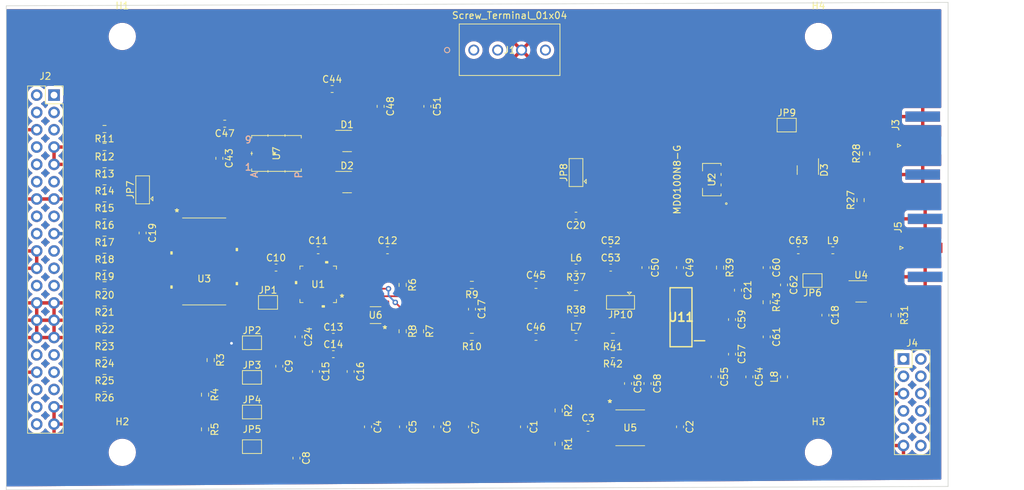
<source format=kicad_pcb>
(kicad_pcb (version 20221018) (generator pcbnew)
  (layers (0 "F.Cu" power) (31 "B.Cu" power) (34 "B.Paste" user) (35 "F.Paste" user) (36 "B.SilkS" user "B.Silkscreen") (37 "F.SilkS" user "F.Silkscreen") (38 "B.Mask" user) (39 "F.Mask" user) (44 "Edge.Cuts" user))
  (net 0 "")
  (net 1 "VCC")
  (net 2 "GND")
  (net 3 "VDD")
  (net 4 "Net-(U5-SENSE{slash}ADJ)")
  (net 5 "Net-(U5-BYP)")
  (net 6 "Net-(JP2-B)")
  (net 7 "Net-(JP1-B)")
  (net 8 "Net-(C13-Pad1)")
  (net 9 "Net-(C13-Pad2)")
  (net 10 "Net-(U1-AIN+)")
  (net 11 "Net-(U1-AIN-)")
  (net 12 "+3.3V")
  (net 13 "Net-(JP7-A)")
  (net 14 "Net-(JP8-A)")
  (net 15 "+5V")
  (net 16 "/TO_ADC_H")
  (net 17 "Net-(C45-Pad2)")
  (net 18 "/TO_ADC_L")
  (net 19 "Net-(C46-Pad2)")
  (net 20 "/HV_P")
  (net 21 "/HV_N")
  (net 22 "Net-(C60-Pad2)")
  (net 23 "/TO_LON")
  (net 24 "Net-(C63-Pad1)")
  (net 25 "Net-(D1-A)")
  (net 26 "Net-(U11-LOP)")
  (net 27 "Net-(D2-A)")
  (net 28 "Net-(D3-A)")
  (net 29 "/TO_VIP")
  (net 30 "/VCM")
  (net 31 "/SDA")
  (net 32 "/SCL")
  (net 33 "/D2")
  (net 34 "/D3")
  (net 35 "/D5")
  (net 36 "/D6")
  (net 37 "/PULSE_A")
  (net 38 "/PULSE_B")
  (net 39 "/PULSE_C")
  (net 40 "/CLK")
  (net 41 "/D0")
  (net 42 "/D1")
  (net 43 "/D7")
  (net 44 "/D4")
  (net 45 "/D8")
  (net 46 "/D9")
  (net 47 "Net-(J3-In)")
  (net 48 "Net-(JP3-A)")
  (net 49 "Net-(JP4-A)")
  (net 50 "/V_GAIN")
  (net 51 "Net-(JP7-C)")
  (net 52 "Net-(U3-O0)")
  (net 53 "Net-(U3-O1)")
  (net 54 "Net-(U3-O2)")
  (net 55 "Net-(U3-O3)")
  (net 56 "Net-(U3-O4)")
  (net 57 "Net-(U3-O5)")
  (net 58 "Net-(U3-O6)")
  (net 59 "Net-(U3-O7)")
  (net 60 "Net-(U3-O8)")
  (net 61 "Net-(U3-O9)")
  (net 62 "Net-(U3-O10)")
  (net 63 "Net-(U3-O11)")
  (net 64 "Net-(U3-O12)")
  (net 65 "Net-(U3-O13)")
  (net 66 "Net-(U3-O14)")
  (net 67 "Net-(U3-O15)")
  (net 68 "Net-(U4-A0)")
  (net 69 "Net-(U1-CLK)")
  (net 74 "Net-(U1-D0)")
  (net 75 "Net-(U1-D1)")
  (net 76 "Net-(U1-D2)")
  (net 77 "Net-(U1-D3)")
  (net 78 "Net-(U1-D4)")
  (net 79 "Net-(U1-D5)")
  (net 80 "Net-(U1-D6)")
  (net 81 "Net-(U1-D7)")
  (net 82 "Net-(U1-D8)")
  (net 83 "Net-(U1-D9)")
  (net 84 "Net-(U1-OF)")
  (net 91 "/din")
  (net 92 "Net-(U11-RCLMP)")
  (net 93 "Net-(U11-VPSL)")
  (net 94 "Net-(JP8-C)")
  (net 95 "Net-(U11-LMD)")
  (net 96 "Net-(U11-INH)")
  (net 97 "Net-(U11-VIN)")
  (net 98 "Net-(JP6-B)")
  (net 99 "Net-(U7-DP1)")
  (net 100 "Net-(U7-DP2)")
  (net 101 "Net-(JP9-A)")
  (net 102 "Net-(U11-VOH)")
  (net 103 "Net-(U11-VOL)")
  (net 104 "Net-(U11-ENBV)")
  (net 105 "Net-(U11-ENBL)")
  (net 106 "/dout")
  (net 107 "/clkSPI")
  (net 108 "/le")
  (net 114 "Net-(J5-In)")
  (net 115 "Net-(JP9-B)")
  (net 116 "Net-(JP10-A)")
  (footprint "Capacitor_SMD:C_0603_1608Metric" (layer "F.Cu") (at 167.6525 88.9 -90)
    (fp_text reference "C50")
    (fp_text value "1nF")
  )
  (footprint "Resistor_SMD:R_0603_1608Metric" (layer "F.Cu") (at 88.395 68.58 180)
    (fp_text reference "R11")
    (fp_text value "33" hide)
  )
  (footprint "LTC2236:LTC2236IUH-PBF" (layer "F.Cu") (at 119.7 91.3524 180)
    (fp_text reference "U1")
    (fp_text value "LTC2236IUH-PBF" hide)
  )
  (footprint "Capacitor_SMD:C_0603_1608Metric" (layer "F.Cu") (at 149.86 112.255 -90)
    (fp_text reference "C1")
    (fp_text value "10uF")
  )
  (footprint "Jumper:SolderJumper-2_P1.3mm_Open_Pad1.0x1.5mm" (layer "F.Cu") (at 110 105)
    (fp_text reference "JP3")
    (fp_text value "Jumper_2_Open" hide)
  )
  (footprint "Inductor_SMD:L_0603_1608Metric" (layer "F.Cu") (at 157.48 99.06)
    (fp_text reference "L7")
    (fp_text value "100nH" hide)
  )
  (footprint "Resistor_SMD:R_0603_1608Metric" (layer "F.Cu") (at 88.395 94.01 180)
    (fp_text reference "R21")
    (fp_text value "33" hide)
  )
  (footprint "Capacitor_SMD:C_0603_1608Metric" (layer "F.Cu") (at 116.84 99.06 -90)
    (fp_text reference "C24")
    (fp_text value "0.1u" hide)
  )
  (footprint "Capacitor_SMD:C_0603_1608Metric" (layer "F.Cu") (at 116.52 116.84 -90)
    (fp_text reference "C8")
    (fp_text value "0.1u")
  )
  (footprint "INVERTER:NC7SVU04P5X" (layer "F.Cu") (at 128.11125 95.870001 180)
    (fp_text reference "U6")
    (fp_text value "NC7SVU04P5X" hide)
  )
  (footprint "screwConn3:1751264" (layer "F.Cu") (at 142.499998 57)
    (fp_text reference "J1")
    (fp_text value "Screw_Terminal_01x04")
  )
  (footprint "Inductor_SMD:L_0603_1608Metric" (layer "F.Cu") (at 128.855 65.25 -90)
    (fp_text reference "C48")
    (fp_text value "100nF")
  )
  (footprint "Inductor_SMD:L_0603_1608Metric" (layer "F.Cu") (at 181.2125 92.2125 -90)
    (fp_text reference "C21")
    (fp_text value "100nF" hide)
  )
  (footprint "MountingHole:MountingHole_3.5mm" (layer "F.Cu") (at 91 55)
    (fp_text reference "H1")
    (fp_text value "MountingHole")
  )
  (footprint "Connector_Coaxial:SMA_Amphenol_132289_EdgeMount" (layer "F.Cu") (at 208.28 71)
    (fp_text reference "J3")
    (fp_text value "Conn_Coaxial")
  )
  (footprint "Resistor_SMD:R_0603_1608Metric" (layer "F.Cu") (at 88.395 104.05 180)
    (fp_text reference "R25")
    (fp_text value "33" hide)
  )
  (footprint "Jumper:SolderJumper-2_P1.3mm_Open_Pad1.0x1.5mm" (layer "F.Cu") (at 112.35 94)
    (fp_text reference "JP1")
    (fp_text value "Jumper_2_Bridged" hide)
  )
  (footprint "Capacitor_SMD:C_0603_1608Metric" (layer "F.Cu") (at 129.86 86.36)
    (fp_text reference "C12")
    (fp_text value "4.7u" hide)
  )
  (footprint "Resistor_SMD:R_0603_1608Metric" (layer "F.Cu") (at 157.48 91.74)
    (fp_text reference "R37")
    (fp_text value "100" hide)
  )
  (footprint "Resistor_SMD:R_0603_1608Metric" (layer "F.Cu") (at 88.395 81.25 180)
    (fp_text reference "R16")
    (fp_text value "33" hide)
  )
  (footprint "Capacitor_SMD:C_0603_1608Metric" (layer "F.Cu") (at 127 112.255 -90)
    (fp_text reference "C4")
    (fp_text value "0.1u")
  )
  (footprint "Resistor_SMD:R_0603_1608Metric" (layer "F.Cu") (at 204.175 95.88 -90)
    (fp_text reference "R31")
    (fp_text value "10K" hide)
  )
  (footprint "Capacitor_SMD:C_0603_1608Metric" (layer "F.Cu") (at 132.14 112.255 -90)
    (fp_text reference "C5")
    (fp_text value "0.1u")
  )
  (footprint "Capacitor_SMD:C_0603_1608Metric" (layer "F.Cu") (at 194.015 95.88 -90)
    (fp_text reference "C18")
    (fp_text value "0.1uF" hide)
  )
  (footprint "Jumper:SolderJumper-3_P1.3mm_Open_Pad1.0x1.5mm" (layer "F.Cu") (at 164 94 180)
    (fp_text reference "JP10")
    (fp_text value "Jumper_3_Bridged12")
  )
  (footprint "Resistor_SMD:R_0603_1608Metric" (layer "F.Cu") (at 88.395 91.5 180)
    (fp_text reference "R20")
    (fp_text value "33" hide)
  )
  (footprint "Capacitor_SMD:C_0603_1608Metric" (layer "F.Cu") (at 113.525 88.9)
    (fp_text reference "C10")
    (fp_text value "0.1u" hide)
  )
  (footprint "Capacitor_SMD:C_0603_1608Metric" (layer "F.Cu") (at 180.34 101.6 -90)
    (fp_text reference "C57")
    (fp_text value "100nF" hide)
  )
  (footprint "Capacitor_SMD:C_0603_1608Metric" (layer "F.Cu") (at 167.96 105.905 -90)
    (fp_text reference "C58")
    (fp_text value "100nF" hide)
  )
  (footprint "Capacitor_SMD:C_0603_1608Metric" (layer "F.Cu") (at 185.42 99.06 -90)
    (fp_text reference "C61")
    (fp_text value "100nF" hide)
  )
  (footprint "Capacitor_SMD:C_0603_1608Metric" (layer "F.Cu") (at 159.245 112.395)
    (fp_text reference "C3")
    (fp_text value "0.01u")
  )
  (footprint "Jumper:SolderJumper-3_P1.3mm_Open_Pad1.0x1.5mm" (layer "F.Cu") (at 157.48 74.96 90)
    (fp_text reference "JP8")
    (fp_text value "Jumper_3_Bridged12" hide)
  )
  (footprint "Resistor_SMD:R_0603_1608Metric" (layer "F.Cu") (at 88.395 76.23 180)
    (fp_text reference "R14")
    (fp_text value "33" hide)
  )
  (footprint "Connector_PinSocket_2.54mm:PinSocket_2x20_P2.54mm_Vertical" (layer "F.Cu") (at 81 63.6)
    (fp_text reference "J2")
    (fp_text value "Raspberry_Pi_2_3")
  )
  (footprint "Jumper:SolderJumper-2_P1.3mm_Open_Pad1.0x1.5mm" (layer "F.Cu") (at 188.35 68)
    (fp_text reference "JP9")
    (fp_text value "Jumper_2_Open" hide)
  )
  (footprint "Resistor_SMD:R_0603_1608Metric" (layer "F.Cu") (at 162.88 101.6 180)
    (fp_text reference "R42")
    (fp_text value "280" hide)
  )
  (footprint "Resistor_SMD:R_0603_1608Metric" (layer "F.Cu") (at 88.395 106.56 180)
    (fp_text reference "R26")
    (fp_text value "33" hide)
  )
  (footprint "Capacitor_SMD:C_0603_1608Metric" (layer "F.Cu") (at 137.16 112.255 -90)
    (fp_text reference "C6")
    (fp_text value "0.1u")
  )
  (footprint "Resistor_SMD:R_0603_1608Metric" (layer "F.Cu") (at 134.62 98.235 -90)
    (fp_text reference "R7")
    (fp_text value "1k" hide)
  )
  (footprint "Resistor_SMD:R_0603_1608Metric" (layer "F.Cu") (at 185.42 93.98 -90)
    (fp_text reference "R43")
    (fp_text value "280" hide)
  )
  (footprint "Capacitor_SMD:C_0603_1608Metric" (layer "F.Cu") (at 124.46 104.14 -90)
    (fp_text reference "C16")
    (fp_text value "1u" hide)
  )
  (footprint "Capacitor_SMD:C_0603_1608Metric" (layer "F.Cu") (at 93.98 83.82 -90)
    (fp_text reference "C19")
    (fp_text value "0.1u" hide)
  )
  (footprint "Resistor_SMD:R_0603_1608Metric" (layer "F.Cu") (at 88.395 71.21 180)
    (fp_text reference "R12")
    (fp_text value "33" hide)
  )
  (footprint "Capacitor_SMD:C_0603_1608Metric" (layer "F.Cu") (at 119.38 104.14 -90)
    (fp_text reference "C15")
    (fp_text value "1u" hide)
  )
  (footprint "MDO100:MD0100N8-G" (layer "F.Cu") (at 177.377499 76 90)
    (fp_text reference "U2")
    (fp_text value "MD0100N8-G")
  )
  (footprint "Resistor_SMD:R_0603_1608Metric" (layer "F.Cu") (at 157.48 96.52)
    (fp_text reference "R38")
    (fp_text value "100" hide)
  )
  (footprint "Capacitor_SMD:C_0603_1608Metric" (layer "F.Cu") (at 135.7 65.25 -90)
    (fp_text reference "C51")
    (fp_text value "100nF")
  )
  (footprint "MountingHole:MountingHole_3.5mm" (layer "F.Cu") (at 193 116)
    (fp_text reference "H3")
    (fp_text value "MountingHole")
  )
  (footprint "Resistor_SMD:R_0603_1608Metric" (layer "F.Cu") (at 162.88 99.06 180)
    (fp_text reference "R41")
    (fp_text value "280" hide)
  )
  (footprint "Capacitor_SMD:C_0603_1608Metric" (layer "F.Cu") (at 172.72 112.255 -90)
    (fp_text reference "C2")
    (fp_text value "1u")
  )
  (footprint "Capacitor_SMD:C_0603_1608Metric" (layer "F.Cu") (at 165.1 105.905 -90)
    (fp_text reference "C56")
    (fp_text value "1nF" hide)
  )
  (footprint "Resistor_SMD:R_0603_1608Metric" (layer "F.Cu") (at 88.395 96.52 180)
    (fp_text reference "R22")
    (fp_text value "33" hide)
  )
  (footprint "Resistor_SMD:R_0603_1608Metric" (layer "F.Cu") (at 200 72.175 90)
    (fp_text reference "R28")
    (fp_text value "0")
  )
  (footprint "Package_TO_SOT_SMD:SOT-23" (layer "F.Cu") (at 123.9375 76.36)
    (fp_text reference "D2")
    (fp_text value "BAV99")
  )
  (footprint "Resistor_SMD:R_0603_1608Metric" (layer "F.Cu") (at 88.395 99.03 180)
    (fp_text reference "R23")
    (fp_text value "33" hide)
  )
  (footprint "Capacitor_SMD:C_0603_1608Metric" (layer "F.Cu") (at 177.8 104.915 -90)
    (fp_text reference "C55")
    (fp_text value "100nF" hide)
  )
  (footprint "Capacitor_SMD:C_0603_1608Metric" (layer "F.Cu") (at 114 103.365 -90)
    (fp_text reference "C9")
    (fp_text value "0.1u" hide)
  )
  (footprint "Inductor_SMD:L_0603_1608Metric" (layer "F.Cu") (at 157.48 88.9)
    (fp_text reference "L6")
    (fp_text value "100nH" hide)
  )
  (footprint "Capacitor_SMD:C_0603_1608Metric" (layer "F.Cu") (at 187.96 91.44 -90)
    (fp_text reference "C62")
    (fp_text value "1nF" hide)
  )
  (footprint "Package_TO_SOT_SMD:SOT-23" (layer "F.Cu") (at 191.45 74.5975 -90)
    (fp_text reference "D3")
    (fp_text value "BAV99")
  )
  (footprint "Capacitor_SMD:C_0603_1608Metric" (layer "F.Cu") (at 121.92 101.6)
    (fp_text reference "C14")
    (fp_text value "2.2u" hide)
  )
  (footprint "Jumper:SolderJumper-2_P1.3mm_Open_Pad1.0x1.5mm" (layer "F.Cu") (at 110 99.92)
    (fp_text reference "JP2")
    (fp_text value "Jumper_2_Bridged" hide)
  )
  (footprint "Latch:74VCX16373MTD" (layer "F.Cu") (at 103 88)
    (fp_text reference "U3")
    (fp_text value "74VCX16373MTD" hide)
  )
  (footprint "Resistor_SMD:R_0603_1608Metric" (layer "F.Cu") (at 88.395 86.27 180)
    (fp_text reference "R18")
    (fp_text value "33" hide)
  )
  (footprint "Jumper:SolderJumper-2_P1.3mm_Open_Pad1.0x1.5mm" (layer "F.Cu") (at 192.125 90.8 180)
    (fp_text reference "JP6")
    (fp_text value "Jumper_2_Bridged" hide)
  )
  (footprint "Resistor_SMD:R_0603_1608Metric" (layer "F.Cu") (at 132.08 91.44 -90)
    (fp_text reference "R6")
    (fp_text value "1k" hide)
  )
  (footprint "Inductor_SMD:L_0603_1608Metric" (layer "F.Cu") (at 105.22 72.87 -90)
    (fp_text reference "C43")
    (fp_text value "100nF")
  )
  (footprint "Resistor_SMD:R_0603_1608Metric" (layer "F.Cu") (at 199.175 79 90)
    (fp_text reference "R27")
    (fp_text value "0")
  )
  (footprint "Resistor_SMD:R_0603_1608Metric" (layer "F.Cu") (at 132.08 98.235 -90)
    (fp_text reference "R8")
    (fp_text value "49.9" hide)
  )
  (footprint "VCCsup:LT1763IS8-3.3-PBF" (layer "F.Cu") (at 165.42 112.395)
    (fp_text reference "U5")
    (fp_text value "LT1763IS8-3.3-PBF" hide)
  )
  (footprint "Capacitor_SMD:C_0603_1608Metric" (layer "F.Cu") (at 162.56 88.9)
    (fp_text reference "C53")
    (fp_text value "100nF" hide)
  )
  (footprint "Capacitor_SMD:C_0603_1608Metric" (layer "F.Cu") (at 162.56 86.36)
    (fp_text reference "C52")
    (fp_text value "1nF" hide)
  )
  (footprint "Resistor_SMD:R_0603_1608Metric" (layer "F.Cu") (at 88.395 83.76 180)
    (fp_text reference "R17")
    (fp_text value "33" hide)
  )
  (footprint "Package_TO_SOT_SMD:SOT-23-6" (layer "F.Cu") (at 199.2575 92.39)
    (fp_text reference "U4")
    (fp_text value "MCP4725xxx-xCH" hide)
  )
  (footprint "Inductor_SMD:L_0603_1608Metric" (layer "F.Cu") (at 195.1125 86.36)
    (fp_text reference "L9")
    (fp_text value "100nH" hide)
  )
  (footprint "Connector_PinHeader_2.54mm:PinHeader_2x06_P2.54mm_Vertical" (layer "F.Cu") (at 205.46 102.3)
    (fp_text reference "J4")
    (fp_text value "Conn_01x12_Pin")
  )
  (footprint "Resistor_SMD:R_0603_1608Metric" (layer "F.Cu") (at 88.395 73.72 180)
    (fp_text reference "R13")
    (fp_text value "33" hide)
  )
  (footprint "Inductor_SMD:L_0603_1608Metric" (layer "F.Cu") (at 151.6125 99.06)
    (fp_text reference "C46")
    (fp_text value "100nF" hide)
  )
  (footprint "Inductor_SMD:L_0603_1608Metric" (layer "F.Cu") (at 151.6125 91.44)
    (fp_text reference "C45")
    (fp_text value "100nF" hide)
  )
  (footprint "Capacitor_SMD:C_0603_1608Metric" (layer "F.Cu") (at 182.88 104.9275 -90)
    (fp_text reference "C54")
    (fp_text value "1nF" hide)
  )
  (footprint "HV7361:HV7361GA-G" (layer "F.Cu") (at 113.59 72.16 90)
    (fp_text reference "U7")
    (fp_text value "HV7361GA-G" hide)
  )
  (footprint "Resistor_SMD:R_0603_1608Metric" (layer "F.Cu") (at 88.395 88.78 180)
    (fp_text reference "R19")
    (fp_text value "33" hide)
  )
  (footprint "Capacitor_SMD:C_0603_1608Metric" (layer "F.Cu") (at 157.48 81.28 180)
    (fp_text reference "C20")
    (fp_text value "0.1u" hide)
  )
  (footprint "Resistor_SMD:R_0603_1608Metric" (layer "F.Cu") (at 88.395 101.54 180)
    (fp_text reference "R24")
    (fp_text value "33" hide)
  )
  (footprint "Capacitor_SMD:C_0603_1608Metric" (layer "F.Cu") (at 142.24 112.255 -90)
    (fp_text reference "C7")
    (fp_text value "0.1u")
  )
  (footprint "Resistor_SMD:R_0603_1608Metric" (layer "F.Cu") (at 178.5875 88.9 -90)
    (fp_text reference "R39")
    (fp_text value "11k")
  )
  (footprint "Inductor_SMD:L_0603_1608Metric" (layer "F.Cu") (at 187.96 104.9275 90)
    (fp_text reference "L8")
    (fp_text value "100nH" hide)
  )
  (footprint "Capacitor_SMD:C_0603_1608Metric" (layer "F.Cu") (at 190.045 86.36)
    (fp_text reference "C63")
    (fp_text value "100nF" hide)
  )
  (footprint "Capacitor_SMD:C_0603_1608Metric" (layer "F.Cu") (at 142.24 95 -90)
    (fp_text reference "C17")
    (fp_text value "0.2n" hide)
  )
  (footprint "Resistor_SMD:R_0603_1608Metric" (layer "F.Cu") (at 142.215 91.44 180)
    (fp_text reference "R9")
    (fp_text value "18" hide)
  )
  (footprint "Jumper:SolderJumper-3_P1.3mm_Open_Pad1.0x1.5mm" (layer "F.Cu") (at 93.98 77.5 90)
    (fp_text reference "JP7")
    (fp_text value "Jumper_3_Bridged12" hide)
  )
  (footprint "Inductor_SMD:L_0603_1608Metric" (layer "F.Cu") (at 106.0075 67.79 180)
    (fp_text reference "C47")
    (fp_text value "100nF")
  )
  (footprint "Resistor_SMD:R_0603_1608Metric" (layer "F.Cu") (at 154.94 109.855 -90)
    (fp_text reference "R2")
    (fp_text value "105K")
  )
  (footprint "MountingHole:MountingHole_3.5mm" (layer "F.Cu") (at 193 55)
    (fp_text reference "H4")
    (fp_text value "MountingHole")
  )
  (footprint "Resistor_SMD:R_0603_1608Metric" (layer "F.Cu") (at 103.125 107.54 -90)
    (fp_text reference "R4")
    (fp_text value "1K" hide)
  )
  (footprint "Resistor_SMD:R_0603_1608Metric" (layer "F.Cu") (at 103.125 112.62 -90)
    (fp_text reference "R5")
    (fp_text value "1K" hide)
  )
  (footprint "Resistor_SMD:R_0603_1608Metric" (layer "F.Cu") (at 88.395 78.74 180)
    (fp_text reference "R15")
    (fp_text value "33" hide)
  )
  (footprint "Capacitor_SMD:C_0603_1608Metric" (layer "F.Cu") (at 180.34 96.52 -90)
    (fp_text reference "C59")
    (fp_text value "100nF" hide)
  )
  (footprint "AD8331:SOP64P600X175-20N" (layer "F.Cu") (at 172.865 96.18 180)
    (fp_text reference "U11")
    (fp_text value "AD8331ARQZ" hide)
  )
  (footprint "Capacitor_SMD:C_0603_1608Metric" (layer "F.Cu") (at 121.92 99.06)
    (fp_text reference "C13")
    (fp_text value "0.1u" hide)
  )
  (footprint "Capacitor_SMD:C_0603_1608Metric" (layer "F.Cu") (at 119.7 86.36)
    (fp_text reference "C11")
    (fp_text value "0.1u" hide)
  )
  (footprint "Inductor_SMD:L_0603_1608Metric" (layer "F.Cu") (at 121.7475 62.71)
    (fp_text reference "C44")
    (fp_text value "100nF")
  )
  (footprint "Connector_Coaxial:SMA_Amphenol_132289_EdgeMount" (layer "F.Cu") (at 208.6375 86)
    (fp_text reference "J5")
    (fp_text value "Conn_Coaxial")
  )
  (footprint "Capacitor_SMD:C_0603_1608Metric" (layer "F.Cu") (at 185.42 88.9 -90)
    (fp_text reference "C60")
    (fp_text value "18nF" hide)
  )
  (footprint "Package_TO_SOT_SMD:SOT-23" (layer "F.Cu") (at 123.9375 70.33)
    (fp_text reference "D1")
    (fp_text value "BAV99")
  )
  (footprint "MountingHole:MountingHole_3.5mm" (layer "F.Cu") (at 91 116)
    (fp_text reference "H2")
    (fp_text value "MountingHole")
  )
  (footprint "Jumper:SolderJumper-2_P1.3mm_Open_Pad1.0x1.5mm" (layer "F.Cu") (at 110 110.08)
    (fp_text reference "JP4")
    (fp_text value "Jumper_2_Open" hide)
  )
  (footprint "Resistor_SMD:R_0603_1608Metric" (layer "F.Cu") (at 103.95 102.46 -90)
    (fp_text reference "R3")
    (fp_text value "1K" hide)
  )
  (footprint "Jumper:SolderJumper-2_P1.3mm_Open_Pad1.0x1.5mm" (layer "F.Cu") (at 110 115.16)
    (fp_text reference "JP5")
    (fp_text value "Jumper_2_Open" hide)
  )
  (footprint "Resistor_SMD:R_0603_1608Metric" (layer "F.Cu") (at 142.215 99.06 180)
    (fp_text reference "R10")
    (fp_text value "18" hide)
  )
  (footprint "Resistor_SMD:R_0603_1608Metric" (layer "F.Cu") (at 154.94 114.745 -90)
    (fp_text reference "R1")
    (fp_text value "100K")
  )
  (footprint "Inductor_SMD:L_0603_1608Metric" (layer "F.Cu") (at 172.72 88.9 -90)
    (fp_text reference "C49")
    (fp_text value "100nF")
  )
  (gr_line (start 74 50.5) (end 74 121.5) (stroke (width 0.1)) (layer "Edge.Cuts"))
  (gr_line (start 74 121.5) (end 212 121) (stroke (width 0.1)) (layer "Edge.Cuts"))
  (gr_line (start 212 121) (end 212 50) (stroke (width 0.1)) (layer "Edge.Cuts"))
  (gr_line (start 212 50) (end 74 50.5) (stroke (width 0.1)) (layer "Edge.Cuts"))
  (segment (start 109.27 100) (end 109.35 99.92) (width 0.25) (layer "F.Cu") (net 3))
  (segment (start 103.95 101.635) (end 105.585 100) (width 0.25) (layer "F.Cu") (net 3))
  (segment (start 107 100) (end 109.27 100) (width 0.25) (layer "F.Cu") (net 3))
  (segment (start 105.585 100) (end 107 100) (width 0.25) (layer "F.Cu") (net 3))
  (via (at 107 100) (size 0.8) (drill 0.4) (layers "F.Cu" "B.Cu") (net 3))
  (segment (start 141 91.83) (end 141.39 91.44) (width 0.25) (layer "F.Cu") (net 10))
  (segment (start 141.39 91.44) (end 139.727601 93.102399) (width 0.25) (layer "F.Cu") (net 10))
  (segment (start 141 94) (end 141 91.83) (width 0.25) (layer "F.Cu") (net 10))
  (segment (start 139.727601 93.102399) (end 122.1524 93.102399) (width 0.25) (layer "F.Cu") (net 10))
  (segment (start 141.225 94.225) (end 141 94) (width 0.25) (layer "F.Cu") (net 10))
  (segment (start 142.24 94.225) (end 141.225 94.225) (width 0.25) (layer "F.Cu") (net 10))
  (segment (start 124.3976 92.6024) (end 125 92) (width 0.25) (layer "F.Cu") (net 11))
  (segment (start 132.775 95.775) (end 142.24 95.775) (width 0.25) (layer "F.Cu") (net 11))
  (segment (start 122.1524 92.6024) (end 124.3976 92.6024) (width 0.25) (layer "F.Cu") (net 11))
  (segment (start 125 92) (end 130 92) (width 0.25) (layer "F.Cu") (net 11))
  (segment (start 142.24 95.775) (end 141.39 96.625) (width 0.25) (layer "F.Cu") (net 11))
  (segment (start 131 94) (end 132.775 95.775) (width 0.25) (layer "F.Cu") (net 11))
  (segment (start 141.39 96.625) (end 141.39 99.06) (width 0.25) (layer "F.Cu") (net 11))
  (via (at 130 92) (size 0.8) (drill 0.4) (layers "F.Cu" "B.Cu") (net 11))
  (via (at 131 94) (size 0.8) (drill 0.4) (layers "F.Cu" "B.Cu") (net 11))
  (segment (start 130 93) (end 131 94) (width 0.25) (layer "B.Cu") (net 11))
  (segment (start 130 92) (end 130 93) (width 0.25) (layer "B.Cu") (net 11))
  (segment (start 143.04 91.44) (end 150.825 91.44) (width 0.25) (layer "F.Cu") (net 16))
  (segment (start 143.04 98.96) (end 143.04 99.06) (width 0.25) (layer "F.Cu") (net 18))
  (segment (start 143.04 99.06) (end 150.825 99.06) (width 0.25) (layer "F.Cu") (net 18))
  (segment (start 89.22 86.27) (end 90.27 86.27) (width 0.25) (layer "F.Cu") (net 59))
  (segment (start 91.75 87.75) (end 99.2535 87.75) (width 0.25) (layer "F.Cu") (net 59))
  (segment (start 90.27 86.27) (end 91.75 87.75) (width 0.25) (layer "F.Cu") (net 59))
  (segment (start 97 89) (end 97.75 88.25) (width 0.25) (layer "F.Cu") (net 60))
  (segment (start 97.75 88.25) (end 99.2535 88.25) (width 0.25) (layer "F.Cu") (net 60))
  (segment (start 89.44 89) (end 97 89) (width 0.25) (layer "F.Cu") (net 60))
  (segment (start 89.22 88.78) (end 89.44 89) (width 0.25) (layer "F.Cu") (net 60))
  (segment (start 97 90) (end 98.249999 88.750001) (width 0.25) (layer "F.Cu") (net 61))
  (segment (start 89.72 91) (end 94 91) (width 0.25) (layer "F.Cu") (net 61))
  (segment (start 94 91) (end 95 90) (width 0.25) (layer "F.Cu") (net 61))
  (segment (start 89.22 91.5) (end 89.72 91) (width 0.25) (layer "F.Cu") (net 61))
  (segment (start 98.249999 88.750001) (end 99.2535 88.750001) (width 0.25) (layer "F.Cu") (net 61))
  (segment (start 95 90) (end 97 90) (width 0.25) (layer "F.Cu") (net 61))
  (segment (start 97 91) (end 98.250001 89.749999) (width 0.25) (layer "F.Cu") (net 62))
  (segment (start 89.22 94.01) (end 92.99 94.01) (width 0.25) (layer "F.Cu") (net 62))
  (segment (start 98.250001 89.749999) (end 99.2535 89.749999) (width 0.25) (layer "F.Cu") (net 62))
  (segment (start 96 91) (end 97 91) (width 0.25) (layer "F.Cu") (net 62))
  (segment (start 92.99 94.01) (end 96 91) (width 0.25) (layer "F.Cu") (net 62))
  (zone (net 2) (net_name "GND") (layer "F.Cu") (connect_pads (clearance 0.5)) (min_thickness 0.25) (fill yes (thermal_gap 0.5) (thermal_bridge_width 0.5) (island_removal_mode 1) (island_area_min 10))
    (polygon (pts (xy 74 51) (xy 74 121) (xy 211 120) (xy 211 51)))
  )
  (zone (net 3) (net_name "VDD") (layer "B.Cu") (priority 1) (connect_pads (clearance 0.5)) (min_thickness 0.25) (fill yes (thermal_gap 0.5) (thermal_bridge_width 0.5) (island_removal_mode 1) (island_area_min 10))
    (polygon (pts (xy 74 51) (xy 74 121) (xy 211 120) (xy 211 51)))
  )
)
</source>
